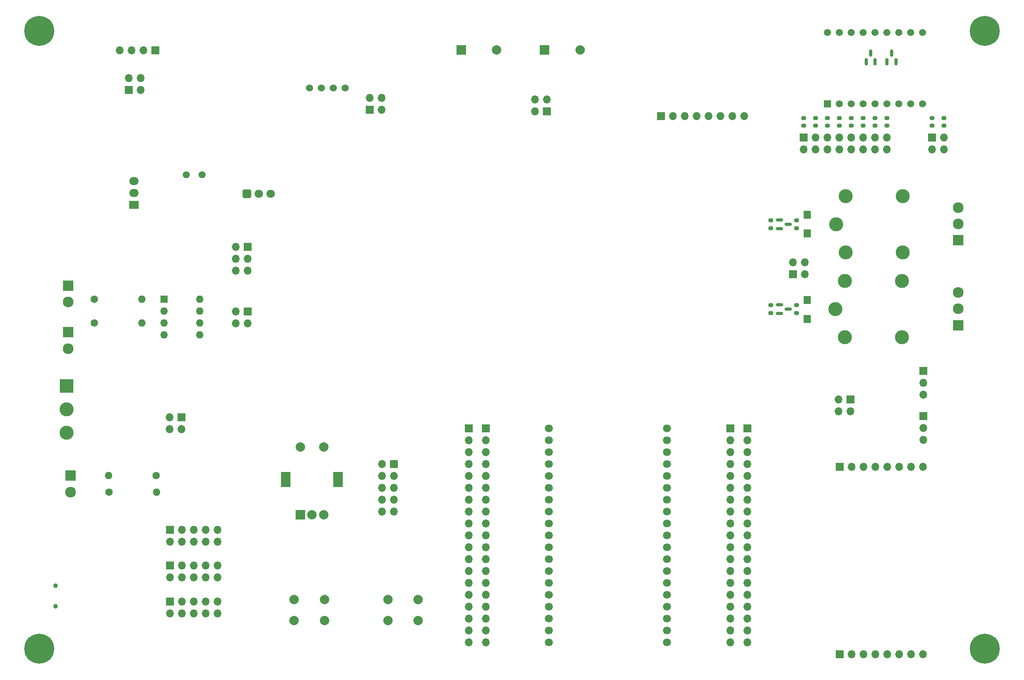
<source format=gbs>
G04 #@! TF.GenerationSoftware,KiCad,Pcbnew,(6.99.0-2815-gbbc0c61ccb)*
G04 #@! TF.CreationDate,2022-08-18T14:12:31+07:00*
G04 #@! TF.ProjectId,Training_Based,54726169-6e69-46e6-975f-42617365642e,rev?*
G04 #@! TF.SameCoordinates,Original*
G04 #@! TF.FileFunction,Soldermask,Bot*
G04 #@! TF.FilePolarity,Negative*
%FSLAX46Y46*%
G04 Gerber Fmt 4.6, Leading zero omitted, Abs format (unit mm)*
G04 Created by KiCad (PCBNEW (6.99.0-2815-gbbc0c61ccb)) date 2022-08-18 14:12:31*
%MOMM*%
%LPD*%
G01*
G04 APERTURE LIST*
G04 Aperture macros list*
%AMRoundRect*
0 Rectangle with rounded corners*
0 $1 Rounding radius*
0 $2 $3 $4 $5 $6 $7 $8 $9 X,Y pos of 4 corners*
0 Add a 4 corners polygon primitive as box body*
4,1,4,$2,$3,$4,$5,$6,$7,$8,$9,$2,$3,0*
0 Add four circle primitives for the rounded corners*
1,1,$1+$1,$2,$3*
1,1,$1+$1,$4,$5*
1,1,$1+$1,$6,$7*
1,1,$1+$1,$8,$9*
0 Add four rect primitives between the rounded corners*
20,1,$1+$1,$2,$3,$4,$5,0*
20,1,$1+$1,$4,$5,$6,$7,0*
20,1,$1+$1,$6,$7,$8,$9,0*
20,1,$1+$1,$8,$9,$2,$3,0*%
G04 Aperture macros list end*
%ADD10C,1.700000*%
%ADD11R,1.700000X1.700000*%
%ADD12O,1.700000X1.700000*%
%ADD13C,1.524000*%
%ADD14R,2.300000X2.300000*%
%ADD15C,2.300000*%
%ADD16C,1.600000*%
%ADD17O,1.600000X1.600000*%
%ADD18C,3.000000*%
%ADD19R,2.000000X2.000000*%
%ADD20C,2.000000*%
%ADD21R,2.000000X3.200000*%
%ADD22C,0.800000*%
%ADD23C,6.400000*%
%ADD24C,1.500000*%
%ADD25R,1.600000X1.600000*%
%ADD26C,1.000000*%
%ADD27R,1.500000X1.500000*%
%ADD28R,3.000000X3.000000*%
%ADD29RoundRect,0.250200X-0.649800X-0.649800X0.649800X-0.649800X0.649800X0.649800X-0.649800X0.649800X0*%
%ADD30C,1.800000*%
%ADD31R,2.032000X1.727200*%
%ADD32O,2.032000X1.727200*%
%ADD33RoundRect,0.200000X0.275000X-0.200000X0.275000X0.200000X-0.275000X0.200000X-0.275000X-0.200000X0*%
%ADD34RoundRect,0.150000X-0.587500X-0.150000X0.587500X-0.150000X0.587500X0.150000X-0.587500X0.150000X0*%
%ADD35R,1.600000X1.800000*%
%ADD36RoundRect,0.150000X0.150000X-0.587500X0.150000X0.587500X-0.150000X0.587500X-0.150000X-0.587500X0*%
%ADD37RoundRect,0.200000X-0.275000X0.200000X-0.275000X-0.200000X0.275000X-0.200000X0.275000X0.200000X0*%
G04 APERTURE END LIST*
D10*
X132817906Y-108895600D03*
X132817906Y-111435600D03*
X132817906Y-113975600D03*
X132817906Y-116515600D03*
X132817906Y-119081000D03*
X132817906Y-121621000D03*
X132817906Y-124161000D03*
X132817906Y-126701000D03*
X132817906Y-129241000D03*
X132817906Y-131781000D03*
X132817906Y-134321000D03*
X132817906Y-136861000D03*
X132817906Y-139401000D03*
X132817906Y-141941000D03*
X132817906Y-144481000D03*
X132817906Y-147021000D03*
X132817906Y-149561000D03*
X132817906Y-152101000D03*
X132817906Y-154641000D03*
X158117906Y-154641000D03*
X158117906Y-152101000D03*
X158117906Y-149561000D03*
X158117906Y-147021000D03*
X158117906Y-144481000D03*
X158117906Y-141941000D03*
X158117906Y-139401000D03*
X158117906Y-136861000D03*
X158117906Y-134321000D03*
X158117906Y-131781000D03*
X158117906Y-129241000D03*
X158117906Y-126701000D03*
X158117906Y-124161000D03*
X158117906Y-121621000D03*
X158117906Y-119081000D03*
X158117906Y-116515600D03*
X158117906Y-113975600D03*
X158117906Y-111435600D03*
X158117906Y-108895600D03*
D11*
X212852253Y-96612499D03*
D12*
X212852253Y-99152499D03*
X212852253Y-101692499D03*
D11*
X54389999Y-106549999D03*
D12*
X51849999Y-106549999D03*
X54389999Y-109089999D03*
X51849999Y-109089999D03*
D13*
X89297500Y-36150000D03*
X86757500Y-36150000D03*
X84237500Y-36150000D03*
X81687500Y-36150000D03*
D14*
X30149999Y-78404999D03*
D15*
X30150000Y-81905000D03*
D11*
X195024999Y-117074999D03*
D12*
X197564999Y-117074999D03*
X200104999Y-117074999D03*
X202644999Y-117074999D03*
X205184999Y-117074999D03*
X207724999Y-117074999D03*
X210264999Y-117074999D03*
X212804999Y-117074999D03*
D11*
X156823070Y-42199999D03*
D12*
X159363070Y-42199999D03*
X161903070Y-42199999D03*
X164443070Y-42199999D03*
X166983070Y-42199999D03*
X169523070Y-42199999D03*
X172063070Y-42199999D03*
X174603070Y-42199999D03*
D11*
X51949999Y-145859999D03*
D12*
X51949999Y-148399999D03*
X54489999Y-145859999D03*
X54489999Y-148399999D03*
X57029999Y-145859999D03*
X57029999Y-148399999D03*
X59569999Y-145859999D03*
X59569999Y-148399999D03*
X62109999Y-145859999D03*
X62109999Y-148399999D03*
D11*
X212902253Y-106312499D03*
D12*
X212902253Y-108852499D03*
X212902253Y-111392499D03*
D11*
X68539999Y-70149999D03*
D12*
X65999999Y-70149999D03*
X68539999Y-72689999D03*
X65999999Y-72689999D03*
X68539999Y-75229999D03*
X65999999Y-75229999D03*
D11*
X68539999Y-83879998D03*
D12*
X65999999Y-83879998D03*
X68539999Y-86419998D03*
X65999999Y-86419998D03*
D16*
X38870000Y-122505000D03*
D17*
X49029999Y-122504999D03*
D18*
X194250000Y-65275000D03*
X208450000Y-59275000D03*
X208450000Y-71275000D03*
X196250000Y-71275000D03*
X196250000Y-59275000D03*
D19*
X79749999Y-127349999D03*
D20*
X84750000Y-127350000D03*
X82250000Y-127350000D03*
D21*
X76649999Y-119849999D03*
X87849999Y-119849999D03*
D20*
X84750000Y-112850000D03*
X79750000Y-112850000D03*
D14*
X220349999Y-86869999D03*
D15*
X220350000Y-83370000D03*
X220350000Y-79870000D03*
D11*
X51949999Y-138209999D03*
D12*
X51949999Y-140749999D03*
X54489999Y-138209999D03*
X54489999Y-140749999D03*
X57029999Y-138209999D03*
X57029999Y-140749999D03*
X59569999Y-138209999D03*
X59569999Y-140749999D03*
X62109999Y-138209999D03*
X62109999Y-140749999D03*
D22*
X223600000Y-24000000D03*
X224302944Y-22302944D03*
X224302944Y-25697056D03*
X226000000Y-21600000D03*
D23*
X226000000Y-24000000D03*
D22*
X226000000Y-26400000D03*
X227697056Y-22302944D03*
X227697056Y-25697056D03*
X228400000Y-24000000D03*
D14*
X30632499Y-119004999D03*
D15*
X30632500Y-122505000D03*
D14*
X220349999Y-68719999D03*
D15*
X220350000Y-65220000D03*
X220350000Y-61720000D03*
D22*
X21600000Y-24000000D03*
X22302944Y-22302944D03*
X22302944Y-25697056D03*
X24000000Y-21600000D03*
D23*
X24000000Y-24000000D03*
D22*
X24000000Y-26400000D03*
X25697056Y-22302944D03*
X25697056Y-25697056D03*
X26400000Y-24000000D03*
D24*
X55350000Y-54750000D03*
X58750000Y-54750000D03*
D20*
X104950000Y-150000000D03*
X98450000Y-150000000D03*
X104950000Y-145500000D03*
X98450000Y-145500000D03*
D11*
X99749999Y-116524999D03*
D12*
X97209999Y-116524999D03*
X99749999Y-119064999D03*
X97209999Y-119064999D03*
X99749999Y-121604999D03*
X97209999Y-121604999D03*
X99749999Y-124144999D03*
X97209999Y-124144999D03*
X99749999Y-126684999D03*
X97209999Y-126684999D03*
D11*
X43109999Y-36549999D03*
D12*
X45649999Y-36549999D03*
X43109999Y-34009999D03*
X45649999Y-34009999D03*
D16*
X35770000Y-81329999D03*
D17*
X45929999Y-81329998D03*
D25*
X50599999Y-81329998D03*
D17*
X50599999Y-83869998D03*
X50599999Y-86409998D03*
X50599999Y-88949998D03*
X58219999Y-88949998D03*
X58219999Y-86409998D03*
X58219999Y-83869998D03*
X58219999Y-81329998D03*
D11*
X187274999Y-46709999D03*
D12*
X187274999Y-49249999D03*
X189814999Y-46709999D03*
X189814999Y-49249999D03*
X192354999Y-46709999D03*
X192354999Y-49249999D03*
X194894999Y-46709999D03*
X194894999Y-49249999D03*
X197434999Y-46709999D03*
X197434999Y-49249999D03*
X199974999Y-46709999D03*
X199974999Y-49249999D03*
X202514999Y-46709999D03*
X202514999Y-49249999D03*
X205054999Y-46709999D03*
X205054999Y-49249999D03*
D16*
X48980000Y-119005000D03*
D17*
X38819999Y-119004999D03*
D26*
X27475000Y-142550000D03*
X27475000Y-146950000D03*
D11*
X197299999Y-102712499D03*
D12*
X194759999Y-102712499D03*
X197299999Y-105252499D03*
X194759999Y-105252499D03*
D19*
X114099999Y-27999999D03*
D20*
X121700000Y-28000000D03*
D27*
X192412499Y-39587499D03*
D24*
X194952500Y-39587500D03*
X197492500Y-39587500D03*
X200032500Y-39587500D03*
X202572500Y-39587500D03*
X205112500Y-39587500D03*
X207652500Y-39587500D03*
X210192500Y-39587500D03*
X212732500Y-39587500D03*
X212732500Y-24347500D03*
X210192500Y-24347500D03*
X207652500Y-24347500D03*
X205112500Y-24347500D03*
X202572500Y-24347500D03*
X200032500Y-24347500D03*
X197492500Y-24347500D03*
X194952500Y-24347500D03*
X192412500Y-24347500D03*
D20*
X84950000Y-149999999D03*
X78450000Y-149999999D03*
X84950000Y-145499999D03*
X78450000Y-145499999D03*
D28*
X29799999Y-99799999D03*
D18*
X29800000Y-104800000D03*
X29800000Y-109800000D03*
D29*
X68375000Y-58775000D03*
D30*
X70915000Y-58775000D03*
X73455000Y-58775000D03*
D19*
X131949999Y-27999999D03*
D20*
X139550000Y-28000000D03*
D16*
X35770000Y-86409999D03*
D17*
X45929999Y-86409998D03*
D11*
X171599999Y-108895599D03*
D12*
X171599999Y-111435599D03*
X171599999Y-113975599D03*
X171599999Y-116515599D03*
X171599999Y-119055599D03*
X171599999Y-121595599D03*
X171599999Y-124135599D03*
X171599999Y-126675599D03*
X171599999Y-129215599D03*
X171599999Y-131755599D03*
X171599999Y-134295599D03*
X171599999Y-136835599D03*
X171599999Y-139375599D03*
X171599999Y-141915599D03*
X171599999Y-144455599D03*
X171599999Y-146995599D03*
X171599999Y-149535599D03*
X171599999Y-152075599D03*
X171599999Y-154615599D03*
D14*
X30149999Y-88354999D03*
D15*
X30150000Y-91855000D03*
D18*
X194100000Y-83425000D03*
X208300000Y-77425000D03*
X208300000Y-89425000D03*
X196100000Y-89425000D03*
X196100000Y-77425000D03*
D22*
X223600000Y-156000000D03*
X224302944Y-154302944D03*
X224302944Y-157697056D03*
X226000000Y-153600000D03*
D23*
X226000000Y-156000000D03*
D22*
X226000000Y-158400000D03*
X227697056Y-154302944D03*
X227697056Y-157697056D03*
X228400000Y-156000000D03*
D11*
X115749999Y-108895599D03*
D12*
X115749999Y-111435599D03*
X115749999Y-113975599D03*
X115749999Y-116515599D03*
X115749999Y-119055599D03*
X115749999Y-121595599D03*
X115749999Y-124135599D03*
X115749999Y-126675599D03*
X115749999Y-129215599D03*
X115749999Y-131755599D03*
X115749999Y-134295599D03*
X115749999Y-136835599D03*
X115749999Y-139375599D03*
X115749999Y-141915599D03*
X115749999Y-144455599D03*
X115749999Y-146995599D03*
X115749999Y-149535599D03*
X115749999Y-152075599D03*
X115749999Y-154615599D03*
D11*
X51949999Y-130559999D03*
D12*
X51949999Y-133099999D03*
X54489999Y-130559999D03*
X54489999Y-133099999D03*
X57029999Y-130559999D03*
X57029999Y-133099999D03*
X59569999Y-130559999D03*
X59569999Y-133099999D03*
X62109999Y-130559999D03*
X62109999Y-133099999D03*
D11*
X94609999Y-40799999D03*
D12*
X97149999Y-40799999D03*
X94609999Y-38259999D03*
X97149999Y-38259999D03*
D11*
X185009999Y-75924999D03*
D12*
X187549999Y-75924999D03*
X185009999Y-73384999D03*
X187549999Y-73384999D03*
D11*
X119349999Y-108895599D03*
D12*
X119349999Y-111435599D03*
X119349999Y-113975599D03*
X119349999Y-116515599D03*
X119349999Y-119055599D03*
X119349999Y-121595599D03*
X119349999Y-124135599D03*
X119349999Y-126675599D03*
X119349999Y-129215599D03*
X119349999Y-131755599D03*
X119349999Y-134295599D03*
X119349999Y-136835599D03*
X119349999Y-139375599D03*
X119349999Y-141915599D03*
X119349999Y-144455599D03*
X119349999Y-146995599D03*
X119349999Y-149535599D03*
X119349999Y-152075599D03*
X119349999Y-154615599D03*
D11*
X48799999Y-28124999D03*
D12*
X46259999Y-28124999D03*
X43719999Y-28124999D03*
X41179999Y-28124999D03*
D11*
X132449999Y-41139999D03*
D12*
X132449999Y-38599999D03*
X129909999Y-41139999D03*
X129909999Y-38599999D03*
D11*
X195024999Y-157174999D03*
D12*
X197564999Y-157174999D03*
X200104999Y-157174999D03*
X202644999Y-157174999D03*
X205184999Y-157174999D03*
X207724999Y-157174999D03*
X210264999Y-157174999D03*
X212804999Y-157174999D03*
D22*
X21600000Y-156000000D03*
X22302944Y-154302944D03*
X22302944Y-157697056D03*
X24000000Y-153600000D03*
D23*
X24000000Y-156000000D03*
D22*
X24000000Y-158400000D03*
X25697056Y-154302944D03*
X25697056Y-157697056D03*
X26400000Y-156000000D03*
D31*
X44199999Y-61139999D03*
D32*
X44199999Y-58599999D03*
X44199999Y-56059999D03*
D11*
X214699999Y-46709999D03*
D12*
X214699999Y-49249999D03*
X217239999Y-46709999D03*
X217239999Y-49249999D03*
D11*
X175249999Y-108895599D03*
D12*
X175249999Y-111435599D03*
X175249999Y-113975599D03*
X175249999Y-116515599D03*
X175249999Y-119055599D03*
X175249999Y-121595599D03*
X175249999Y-124135599D03*
X175249999Y-126675599D03*
X175249999Y-129215599D03*
X175249999Y-131755599D03*
X175249999Y-134295599D03*
X175249999Y-136835599D03*
X175249999Y-139375599D03*
X175249999Y-141915599D03*
X175249999Y-144455599D03*
X175249999Y-146995599D03*
X175249999Y-149535599D03*
X175249999Y-152075599D03*
X175249999Y-154615599D03*
D33*
X194895000Y-44225000D03*
X194895000Y-42575000D03*
X192355000Y-44225000D03*
X192355000Y-42575000D03*
D34*
X182112500Y-66225000D03*
X182112500Y-64325000D03*
X183987500Y-65275000D03*
D35*
X188049999Y-67249999D03*
X188049999Y-63249999D03*
D36*
X207012500Y-30587500D03*
X205112500Y-30587500D03*
X206062500Y-28712500D03*
D34*
X182112500Y-84375000D03*
X182112500Y-82475000D03*
X183987500Y-83425000D03*
D36*
X202572500Y-30587500D03*
X200672500Y-30587500D03*
X201622500Y-28712500D03*
D35*
X188049999Y-85499999D03*
X188049999Y-81499999D03*
D33*
X197435000Y-44225000D03*
X197435000Y-42575000D03*
X180300000Y-66100000D03*
X180300000Y-64450000D03*
X187275000Y-44225000D03*
X187275000Y-42575000D03*
X189815000Y-44225000D03*
X189815000Y-42575000D03*
X217240000Y-44225000D03*
X217240000Y-42575000D03*
X185800000Y-84250000D03*
X185800000Y-82600000D03*
X185800000Y-66100000D03*
X185800000Y-64450000D03*
X202515000Y-44225000D03*
X202515000Y-42575000D03*
D37*
X180300000Y-82600000D03*
X180300000Y-84250000D03*
D33*
X214700000Y-44225000D03*
X214700000Y-42575000D03*
X205055000Y-44225000D03*
X205055000Y-42575000D03*
X199975000Y-44225000D03*
X199975000Y-42575000D03*
M02*

</source>
